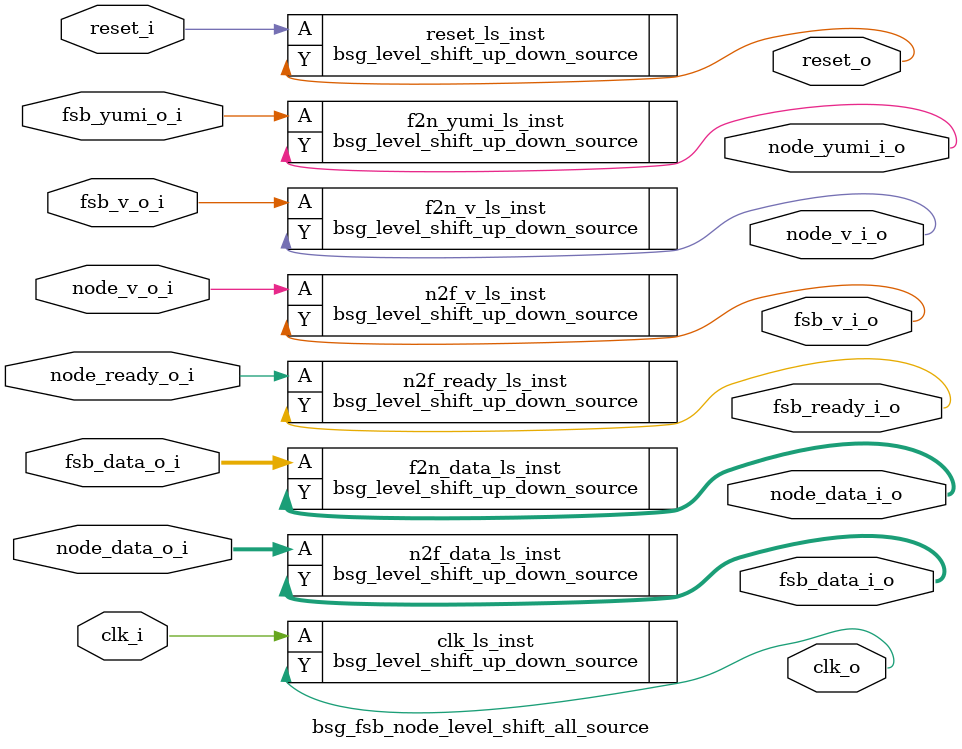
<source format=v>
module bsg_fsb_node_level_shift_all_source #(parameter ring_width_p = "inv")
(
  input  clk_i,
  input  reset_i,

  output clk_o,
  output reset_o,

  //----- ATTACHED TO FSB -----//
  output                    fsb_v_i_o,
  output [ring_width_p-1:0] fsb_data_i_o,
  input                     fsb_yumi_o_i,

  input                     fsb_v_o_i,
  input  [ring_width_p-1:0] fsb_data_o_i,
  output                    fsb_ready_i_o,

  //----- ATTACHED TO NODE -----//
  output                    node_v_i_o,
  output [ring_width_p-1:0] node_data_i_o,
  input                     node_ready_o_i,

  input                     node_v_o_i,
  input  [ring_width_p-1:0] node_data_o_i,
  output                    node_yumi_i_o
);

// Level Shift Clock
bsg_level_shift_up_down_source #(.width_p(1)) clk_ls_inst
(
  .A(clk_i),
  .Y(clk_o)
);

// Level Shift Reset
bsg_level_shift_up_down_source #(.width_p(1)) reset_ls_inst
(
  .A(reset_i),
  .Y(reset_o)
);

// NODE v_o --> FSB v_i
bsg_level_shift_up_down_source #(.width_p(1)) n2f_v_ls_inst
(
  .A(node_v_o_i),
  .Y(fsb_v_i_o)
);

// NODE data_o --> FSB data_i
bsg_level_shift_up_down_source #(.width_p(ring_width_p)) n2f_data_ls_inst
(
  .A(node_data_o_i),
  .Y(fsb_data_i_o)
);

// FSB yumi_o --> NODE yumi_i
bsg_level_shift_up_down_source #(.width_p(1)) f2n_yumi_ls_inst
(
  .A(fsb_yumi_o_i),
  .Y(node_yumi_i_o)
);

// FSB v_o --> NODE v_i
bsg_level_shift_up_down_source #(.width_p(1)) f2n_v_ls_inst
(
  .A(fsb_v_o_i),
  .Y(node_v_i_o)
);

// FSB data_o --> NODE data_i
bsg_level_shift_up_down_source #(.width_p(ring_width_p)) f2n_data_ls_inst
(
  .A(fsb_data_o_i),
  .Y(node_data_i_o)
);

// NODE ready_o --> FSB ready_i
bsg_level_shift_up_down_source #(.width_p(1)) n2f_ready_ls_inst
(
  .A(node_ready_o_i),
  .Y(fsb_ready_i_o)
);

endmodule

</source>
